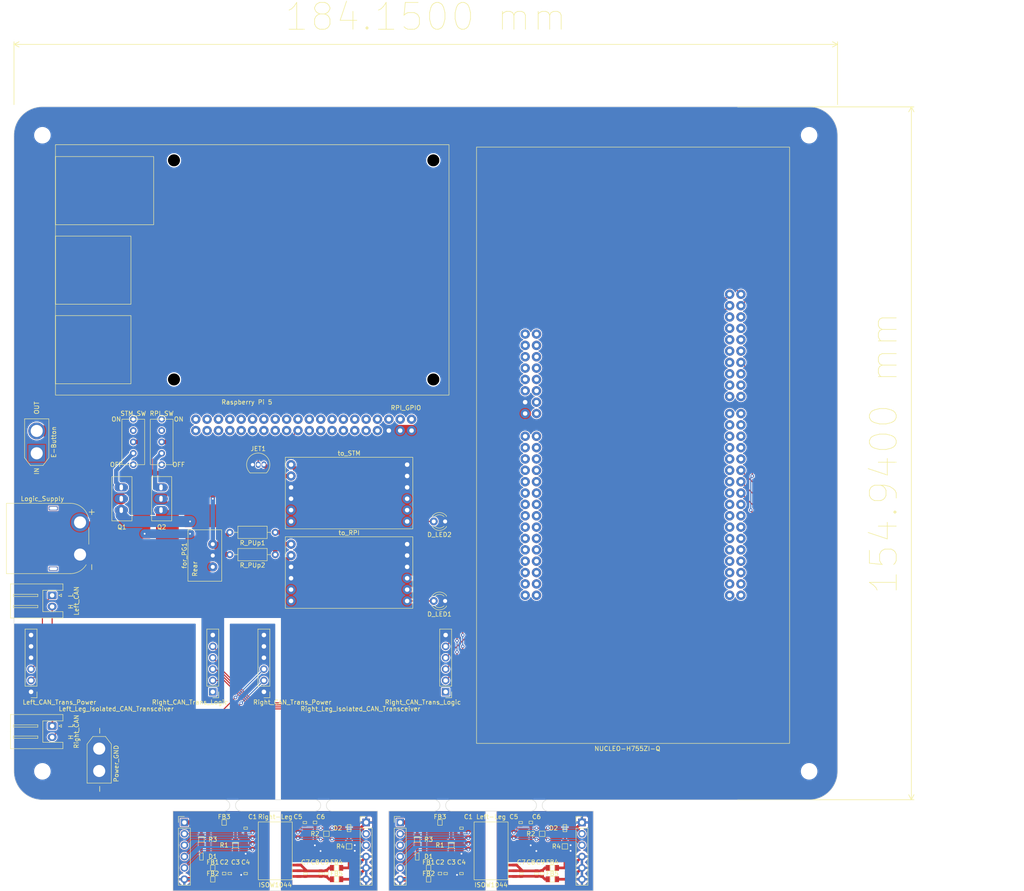
<source format=kicad_pcb>
(kicad_pcb (version 20211014) (generator pcbnew)
  (layers (0 "F.Cu" signal) (31 "B.Cu" signal) (34 "B.Paste" user) (35 "F.Paste" user) (36 "B.SilkS" user "B.Silkscreen") (37 "F.SilkS" user "F.Silkscreen") (38 "B.Mask" user) (39 "F.Mask" user) (44 "Edge.Cuts" user))
  (net 0 "")
  (net 1 "+12V")
  (net 2 "GND")
  (net 3 "+5V")
  (net 4 "Net-(JET1-Pad3)")
  (net 5 "/A")
  (net 6 "/logic_p2/logic_p3/CAN2_TX")
  (net 7 "GND1")
  (net 8 "CAN2_L")
  (net 9 "CAN2_H")
  (net 10 "Net-(R1-Pad1)")
  (net 11 "CAN1_L")
  (net 12 "CAN1_H")
  (net 13 "/logic_p2/B")
  (net 14 "/logic_p2/CAN1_TX")
  (net 15 "/logic_p2/C")
  (net 16 "/logic_p2/CAN1_RX")
  (net 24 "/logic_p2/E")
  (net 25 "/logic_p2/D")
  (net 26 "/logic_p2/CAN2_RX")
  (footprint "DCDC_Converter:EKI04036" (layer "F.Cu") (at 43.18 105.41 -90)
    (fp_text reference "Q1")
    (fp_text value "EKI04036")
  )
  (footprint "Connector_PinHeader_2.54mm:PinHeader_1x06_P2.54mm_Vertical" (layer "F.Cu") (at 105.41 177.8)
    (fp_text reference "REF1-1" hide)
    (fp_text value "PinHeader_1x06_P2.54mm_Vertical" hide)
  )
  (footprint "CAN_Pheripheral:GRM188B31H105KAAL" (layer "F.Cu") (at 115.57 189.23 -90)
    (fp_text reference "C3")
    (fp_text value "C_1uF" hide)
  )
  (footprint "CAN_Pheripheral:BLM21PG331SN" (layer "F.Cu") (at 139.43 187.96)
    (fp_text reference "FB4")
    (fp_text value "FerriteBead" hide)
  )
  (footprint "CAN_Pheripheral:BLM21PG331SN" (layer "F.Cu") (at 91.17 187.96)
    (fp_text reference "FB4")
    (fp_text value "FerriteBead" hide)
  )
  (footprint "CAN_Pheripheral:RK73B2ATTD121J" (layer "F.Cu") (at 60.96 181.61 90)
    (fp_text reference "R3")
    (fp_text value "RK73B2ATTD102J" hide)
  )
  (footprint "CAN_Pheripheral:GRM188F11H104ZA01" (layer "F.Cu") (at 84.09 177.82 -90)
    (fp_text reference "C5")
    (fp_text value "C_0.1uF" hide)
  )
  (footprint "MountingHole:MountingHole_3.2mm_M3" (layer "F.Cu") (at 196.85 24.13)
    (fp_text reference "REF**" hide)
    (fp_text value "MountingHole_3.2mm_M3")
  )
  (footprint "CAN_Pheripheral:RK73B2ATTD121J" (layer "F.Cu") (at 88.9 180.34 -90)
    (fp_text reference "R2")
    (fp_text value "R_120" hide)
  )
  (footprint "DCDC_Converter:M78A" (layer "F.Cu") (at 63.5 118.11 90)
    (fp_text reference "for_PG1")
    (fp_text value "M78AR05-0.5")
  )
  (footprint "Connector_AMASS:AMASS_XT30U-M_1x02_P5.0mm_Vertical" (layer "F.Cu") (at 24.13 95.25 90)
    (fp_text reference "E-Button")
    (fp_text value "AMASS_XT30U-M_1x02_P5.0mm_Vertical")
  )
  (footprint "CAN_Pheripheral:RK73B2ATTD121J" (layer "F.Cu") (at 93.98 183.15 90)
    (fp_text reference "R4")
    (fp_text value "RK73B2ATTD102J")
  )
  (footprint "CAN_Pheripheral:GRM188F11H104ZA01" (layer "F.Cu") (at 132.35 177.82 -90)
    (fp_text reference "C5")
    (fp_text value "C_0.1uF" hide)
  )
  (footprint "Connector_AMASS:AMASS_XT60PW-M_1x02_P7.20mm_Horizontal" (layer "F.Cu") (at 33.82 117.9 90)
    (fp_text reference "Logic_Supply")
    (fp_text value "AMASS_XT60PW-M_1x02_P7.20mm_Horizontal")
  )
  (footprint "CAN_Pheripheral:GRM188R6YA106MA73" (layer "F.Cu") (at 114.3 189.23 -90)
    (fp_text reference "C2")
    (fp_text value "C_10uF" hide)
  )
  (footprint "MountingHole:MountingHole_3.2mm_M3" (layer "F.Cu") (at 25.4 24.13)
    (fp_text reference "REF**" hide)
    (fp_text value "MountingHole_3.2mm_M3")
  )
  (footprint "CAN_Pheripheral:RK73B2ATTD121J" (layer "F.Cu") (at 142.24 183.15 90)
    (fp_text reference "R4")
    (fp_text value "RK73B2ATTD102J")
  )
  (footprint "RPI5:RPI5_GIPO" (layer "F.Cu") (at 116.32 82.24 -90)
    (fp_text reference "U2" hide)
    (fp_text value "rpi5_GPIO" hide)
  )
  (footprint "Connector_PinHeader_2.54mm:PinHeader_1x06_P2.54mm_Vertical" (layer "F.Cu") (at 63.5 148.59 180)
    (fp_text reference "Right_CAN_Trans_Logic")
    (fp_text value "PinHeader_1x06_P2.54mm_Vertical" hide)
  )
  (footprint "CAN_Pheripheral:GRM188R6YA106MA73" (layer "F.Cu") (at 88.9 189.23 -90)
    (fp_text reference "C9")
    (fp_text value "C_10uF" hide)
  )
  (footprint "CAN_Pheripheral:GRM188B11H103KA01" (layer "F.Cu") (at 132.49 189.23 -90)
    (fp_text reference "C7")
    (fp_text value "C_10nF" hide)
  )
  (footprint "CAN_Pheripheral:OSHR1608C1A" (layer "F.Cu") (at 60.96 185.42 90)
    (fp_text reference "D1")
    (fp_text value "OSHR1608C1A")
  )
  (footprint "Connector_JST:JST_XH_S2B-XH-A_1x02_P2.50mm_Horizontal" (layer "F.Cu") (at 27.58 156.23 -90)
    (fp_text reference "Right_CAN")
    (fp_text value "JST_XH_S2B-XH-A_1x02_P2.50mm_Horizontal")
  )
  (footprint "CAN_Pheripheral:GRM188B11H103KA01" (layer "F.Cu") (at 70.85 189.23 -90)
    (fp_text reference "C4")
    (fp_text value "C_10nF" hide)
  )
  (footprint "DCDC_Converter:2MS1-T1-B4-VS2-Q-E-S" (layer "F.Cu") (at 45.72 92.71 -90)
    (fp_text reference "STM_SW")
    (fp_text value "2MS1-T1-B4-VS2-Q-E-S")
  )
  (footprint "CAN_Pheripheral:RK73B2ATTD121J" (layer "F.Cu") (at 109.22 181.61 90)
    (fp_text reference "R3")
    (fp_text value "RK73B2ATTD102J" hide)
  )
  (footprint "MountingHole:MountingHole_3.2mm_M3" (layer "F.Cu") (at 25.4 166.37)
    (fp_text reference "REF**" hide)
    (fp_text value "MountingHole_3.2mm_M3")
  )
  (footprint "Connector_PinHeader_2.54mm:PinHeader_1x06_P2.54mm_Vertical" (layer "F.Cu") (at 57.15 177.8)
    (fp_text reference "REF1-1" hide)
    (fp_text value "PinHeader_1x06_P2.54mm_Vertical" hide)
  )
  (footprint "CAN_Pheripheral:GRM188B31H105KAAL" (layer "F.Cu") (at 87.63 189.23 90)
    (fp_text reference "C8")
    (fp_text value "C_1uF" hide)
  )
  (footprint "CAN_Pheripheral:GRM188R6YA106MA73" (layer "F.Cu") (at 66.04 189.23 -90)
    (fp_text reference "C2")
    (fp_text value "C_10uF" hide)
  )
  (footprint "CAN_Pheripheral:BLM21PG331SN" (layer "F.Cu") (at 91.17 190.5)
    (fp_text reference "FB5")
    (fp_text value "FerriteBead" hide)
  )
  (footprint "DCDC_Converter:AE-MYMGK00506ERSR-5V0" (layer "F.Cu") (at 93.98 121.92)
    (fp_text reference "to_RPI")
    (fp_text value "AE-MYMGK00506ERSR-5V0")
  )
  (footprint "MountingHole:MountingHole_3.2mm_M3" (layer "F.Cu") (at 196.85 166.37)
    (fp_text reference "REF**" hide)
    (fp_text value "MountingHole_3.2mm_M3")
  )
  (footprint "DCDC_Converter:2MS1-T1-B4-VS2-Q-E-S" (layer "F.Cu") (at 52.07 92.71 -90)
    (fp_text reference "RPI_SW")
    (fp_text value "2MS1-T1-B4-VS2-Q-E-S")
  )
  (footprint "Connector_AMASS:AMASS_XT30U-M_1x02_P5.0mm_Vertical" (layer "F.Cu") (at 38.1 161.29 -90)
    (fp_text reference "Power_GND")
    (fp_text value "AMASS_XT30U-M_1x02_P5.0mm_Vertical")
  )
  (footprint "CAN_Pheripheral:GRM188F11H104ZA01" (layer "F.Cu") (at 119.11 179.07 -90)
    (fp_text reference "C1")
    (fp_text value "C_0.1uF" hide)
  )
  (footprint "CAN_Pheripheral:BLM21PG331SN" (layer "F.Cu") (at 114.3 177.8)
    (fp_text reference "FB3")
    (fp_text value "FerriteBead" hide)
  )
  (footprint "DCDC_Converter:AE-MYMGK00506ERSR-5V0" (layer "F.Cu") (at 93.98 104.14)
    (fp_text reference "to_STM")
    (fp_text value "AE-MYMGK00506ERSR-5V0")
  )
  (footprint "CAN_Pheripheral:GRM188B11H103KA01" (layer "F.Cu") (at 84.23 189.23 -90)
    (fp_text reference "C7")
    (fp_text value "C_10nF" hide)
  )
  (footprint "Connector_PinHeader_2.54mm:PinHeader_1x06_P2.54mm_Vertical" (layer "F.Cu") (at 97.79 177.8)
    (fp_text reference "REF1-2" hide)
    (fp_text value "PinHeader_1x06_P2.54mm_Vertical" hide)
  )
  (footprint "Resistor_THT:R_Axial_DIN0207_L6.3mm_D2.5mm_P10.16mm_Horizontal" (layer "F.Cu") (at 77.47 112.93 180)
    (fp_text reference "R_PUp1")
    (fp_text value "R10k")
  )
  (footprint "LED_THT:LED_D3.0mm" (layer "F.Cu") (at 115.45 128.27 180)
    (fp_text reference "D_LED1")
    (fp_text value "LED_D3.0mm")
  )
  (footprint "CAN_Pheripheral:RK73B2ATTD121J" (layer "F.Cu") (at 137.16 180.34 -90)
    (fp_text reference "R2")
    (fp_text value "R_120" hide)
  )
  (footprint "CAN_Transceiver:ISOW1044BDFMR" (layer "F.Cu") (at 125.73 184.15)
    (fp_text reference "Left-Leg")
    (fp_text value "ISOW1044")
  )
  (footprint "CAN_Pheripheral:GRM188B31H105KAAL" (layer "F.Cu") (at 135.89 189.23 90)
    (fp_text reference "C8")
    (fp_text value "C_1uF" hide)
  )
  (footprint "CAN_Pheripheral:GRM188R6YA106MA73" (layer "F.Cu") (at 137.16 189.23 -90)
    (fp_text reference "C9")
    (fp_text value "C_10uF" hide)
  )
  (footprint "CAN_Pheripheral:OSHR1608C1A" (layer "F.Cu") (at 109.22 185.42 90)
    (fp_text reference "D1")
    (fp_text value "OSHR1608C1A")
  )
  (footprint "CAN_Pheripheral:GRM188B11H103KA01" (layer "F.Cu") (at 119.11 189.23 -90)
    (fp_text reference "C4")
    (fp_text value "C_10nF" hide)
  )
  (footprint "LED_THT:LED_D3.0mm" (layer "F.Cu") (at 115.45 110.49 180)
    (fp_text reference "D_LED2")
    (fp_text value "LED_D3.0mm")
  )
  (footprint "DCDC_Converter:EKI04036" (layer "F.Cu") (at 52.07 105.41 -90)
    (fp_text reference "Q2")
    (fp_text value "EKI04036")
  )
  (footprint "Package_TO_SOT_THT:TO-92_Inline" (layer "F.Cu") (at 72.39 97.79)
    (fp_text reference "JET1")
    (fp_text value "2N3904")
  )
  (footprint "CAN_Pheripheral:RK73B2ATTD472J" (layer "F.Cu") (at 116.84 182.88 90)
    (fp_text reference "R1")
    (fp_text value "R_4.7k" hide)
  )
  (footprint "Connector_PinHeader_2.54mm:PinHeader_1x06_P2.54mm_Vertical" (layer "F.Cu") (at 146.05 177.8)
    (fp_text reference "REF1-2" hide)
    (fp_text value "PinHeader_1x06_P2.54mm_Vertical" hide)
  )
  (footprint "Connector_PinHeader_2.54mm:PinHeader_1x06_P2.54mm_Vertical" (layer "F.Cu") (at 115.57 148.59 180)
    (fp_text reference "Right_CAN_Trans_Logic")
    (fp_text value "PinHeader_1x06_P2.54mm_Vertical" hide)
  )
  (footprint "CAN_Pheripheral:BLM21PG331SN" (layer "F.Cu") (at 66.04 177.8)
    (fp_text reference "FB3")
    (fp_text value "FerriteBead" hide)
  )
  (footprint "CAN_Pheripheral:GRM188R6YA106MA73" (layer "F.Cu") (at 134.62 177.8 -90)
    (fp_text reference "C6")
    (fp_text value "C_10uF" hide)
  )
  (footprint "CAN_Pheripheral:BLM21PG331SN" (layer "F.Cu") (at 111.76 190.5)
    (fp_text reference "FB2")
    (fp_text value "FerriteBead" hide)
  )
  (footprint "Connector_JST:JST_XH_S2B-XH-A_1x02_P2.50mm_Horizontal" (layer "F.Cu") (at 27.58 127.02 -90)
    (fp_text reference "Left_CAN")
    (fp_text value "JST_XH_S2B-XH-A_1x02_P2.50mm_Horizontal")
  )
  (footprint "CAN_Pheripheral:GRM188R6YA106MA73" (layer "F.Cu") (at 86.36 177.8 -90)
    (fp_text reference "C6")
    (fp_text value "C_10uF" hide)
  )
  (footprint "CAN_Pheripheral:OSHR1608C1A" (layer "F.Cu") (at 142.24 179.07 90)
    (fp_text reference "D2")
    (fp_text value "OSHR1608C1A")
  )
  (footprint "RPI5:RPI5_GIPO" (layer "F.Cu") (at 85.09 90.17 -90)
    (fp_text reference "RPI_GPIO")
    (fp_text value "RPI5_GIPO")
  )
  (footprint "NUCLEO-STM32H7:NUCLEO-STM32H755ZI-Q" (layer "F.Cu") (at 157.48 93.98)
    (fp_text reference "U1" hide)
    (fp_text value "NUCLEO-H755ZI-Q_Zio")
  )
  (footprint "CAN_Pheripheral:BLM21PG331SN" (layer "F.Cu") (at 63.5 190.5)
    (fp_text reference "FB2")
    (fp_text value "FerriteBead" hide)
  )
  (footprint "CAN_Pheripheral:BLM21PG331SN" (layer "F.Cu") (at 63.5 187.96)
    (fp_text reference "FB1")
    (fp_text value "FerriteBead" hide)
  )
  (footprint "CAN_Transceiver:ISOW1044BDFMR" (layer "F.Cu") (at 77.47 184.15)
    (fp_text reference "Right-Leg")
    (fp_text value "ISOW1044")
  )
  (footprint "Connector_PinHeader_2.54mm:PinHeader_1x06_P2.54mm_Vertical" (layer "F.Cu") (at 22.86 148.59 180)
    (fp_text reference "Left_CAN_Trans_Power")
    (fp_text value "PinHeader_1x06_P2.54mm_Vertical" hide)
  )
  (footprint "CAN_Pheripheral:BLM21PG331SN" (layer "F.Cu") (at 139.43 190.5)
    (fp_text reference "FB5")
    (fp_text value "FerriteBead" hide)
  )
  (footprint "CAN_Pheripheral:RK73B2ATTD472J" (layer "F.Cu") (at 68.58 182.88 90)
    (fp_text reference "R1")
    (fp_text value "R_4.7k" hide)
  )
  (footprint "CAN_Pheripheral:GRM188B31H105KAAL" (layer "F.Cu") (at 67.31 189.23 -90)
    (fp_text reference "C3")
    (fp_text value "C_1uF" hide)
  )
  (footprint "Resistor_THT:R_Axial_DIN0207_L6.3mm_D2.5mm_P10.16mm_Horizontal" (layer "F.Cu") (at 77.47 117.91 180)
    (fp_text reference "R_PUp2")
    (fp_text value "R10k")
  )
  (footprint "Connector_PinHeader_2.54mm:PinHeader_1x06_P2.54mm_Vertical" (layer "F.Cu") (at 74.93 148.59 180)
    (fp_text reference "Right_CAN_Trans_Power")
    (fp_text value "PinHeader_1x06_P2.54mm_Vertical" hide)
  )
  (footprint "CAN_Pheripheral:OSHR1608C1A" (layer "F.Cu") (at 93.98 179.07 90)
    (fp_text reference "D2")
    (fp_text value "OSHR1608C1A")
  )
  (footprint "CAN_Pheripheral:BLM21PG331SN" (layer "F.Cu") (at 111.76 187.96)
    (fp_text reference "FB1")
    (fp_text value "FerriteBead" hide)
  )
  (footprint "CAN_Pheripheral:GRM188F11H104ZA01" (layer "F.Cu") (at 70.85 179.07 -90)
    (fp_text reference "C1")
    (fp_text value "C_0.1uF" hide)
  )
  (gr_arc (start 86.36 172.72) (mid 87.63 173.99) (end 86.36 175.26) (layer "Edge.Cuts") (width 0.1))
  (gr_arc (start 134.62 172.72) (mid 135.89 173.99) (end 134.62 175.26) (layer "Edge.Cuts") (width 0.1))
  (gr_line (start 25.4 17.78) (end 196.85 17.78) (layer "Edge.Cuts") (width 0.1))
  (gr_line (start 134.62 175.26) (end 116.84 175.26) (layer "Edge.Cuts") (width 0.1))
  (gr_arc (start 19.05 24.13) (mid 20.909872 19.639872) (end 25.4 17.78) (layer "Edge.Cuts") (width 0.1))
  (gr_arc (start 113.03 172.72) (mid 114.3 173.99) (end 113.03 175.26) (layer "Edge.Cuts") (width 0.1))
  (gr_arc (start 69.85 175.26) (mid 68.58 173.99) (end 69.85 172.72) (layer "Edge.Cuts") (width 0.1))
  (gr_arc (start 203.2 166.37) (mid 201.340128 170.860128) (end 196.85 172.72) (layer "Edge.Cuts") (width 0.1))
  (gr_line (start 116.84 172.72) (end 134.62 172.72) (layer "Edge.Cuts") (width 0.1))
  (gr_line (start 69.85 172.72) (end 86.36 172.72) (layer "Edge.Cuts") (width 0.1))
  (gr_line (start 100.33 175.26) (end 90.17 175.26) (layer "Edge.Cuts") (width 0.1))
  (gr_arc (start 90.17 175.26) (mid 88.9 173.99) (end 90.17 172.72) (layer "Edge.Cuts") (width 0.1))
  (gr_arc (start 116.84 175.26) (mid 115.57 173.99) (end 116.84 172.72) (layer "Edge.Cuts") (width 0.1))
  (gr_arc (start 196.85 17.78) (mid 201.340128 19.639872) (end 203.2 24.13) (layer "Edge.Cuts") (width 0.1))
  (gr_line (start 100.33 175.26) (end 100.33 193.04) (layer "Edge.Cuts") (width 0.1))
  (gr_arc (start 25.4 172.72) (mid 20.909872 170.860128) (end 19.05 166.37) (layer "Edge.Cuts") (width 0.1))
  (gr_line (start 90.17 172.72) (end 113.03 172.72) (layer "Edge.Cuts") (width 0.1))
  (gr_arc (start 66.04 172.72) (mid 67.31 173.99) (end 66.04 175.26) (layer "Edge.Cuts") (width 0.1))
  (gr_line (start 148.59 175.26) (end 148.59 193.04) (layer "Edge.Cuts") (width 0.1))
  (gr_line (start 66.04 175.26) (end 54.61 175.26) (layer "Edge.Cuts") (width 0.1))
  (gr_line (start 100.33 193.04) (end 54.61 193.04) (layer "Edge.Cuts") (width 0.1))
  (gr_arc (start 138.43 175.26) (mid 137.16 173.99) (end 138.43 172.72) (layer "Edge.Cuts") (width 0.1))
  (gr_line (start 19.05 166.37) (end 19.05 24.13) (layer "Edge.Cuts") (width 0.1))
  (gr_line (start 148.59 175.26) (end 138.43 175.26) (layer "Edge.Cuts") (width 0.1))
  (gr_line (start 138.43 172.72) (end 196.85 172.72) (layer "Edge.Cuts") (width 0.1))
  (gr_line (start 86.36 175.26) (end 69.85 175.26) (layer "Edge.Cuts") (width 0.1))
  (gr_line (start 148.59 193.04) (end 102.87 193.04) (layer "Edge.Cuts") (width 0.1))
  (gr_line (start 113.03 175.26) (end 102.87 175.26) (layer "Edge.Cuts") (width 0.1))
  (gr_line (start 203.2 24.13) (end 203.2 166.37) (layer "Edge.Cuts") (width 0.1))
  (gr_line (start 66.04 172.72) (end 25.4 172.72) (layer "Edge.Cuts") (width 0.1))
  (gr_line (start 54.61 193.04) (end 54.61 175.26) (layer "Edge.Cuts") (width 0.1))
  (gr_line (start 102.87 193.04) (end 102.87 175.26) (layer "Edge.Cuts") (width 0.1))
  (gr_text "NUCLEO-H755ZI-Q" (at 156.21 161.29) (layer "F.SilkS") (effects (font (size 1 1))))
  (gr_text "OFF" (at 55.88 97.79) (layer "F.SilkS") (effects (font (size 1 1))))
  (gr_text "Right_Leg_Isolated_CAN_Transceiver" (at 96.52 152.4) (layer "F.SilkS") (effects (font (size 1 1))))
  (gr_text "ON" (at 55.88 87.63) (layer "F.SilkS") (effects (font (size 1 1))))
  (gr_text "OFF" (at 41.91 97.79) (layer "F.SilkS") (effects (font (size 1 1))))
  (gr_text "Left_Leg_Isolated_CAN_Transceiver" (at 41.91 152.4) (layer "F.SilkS") (effects (font (size 1 1))))
  (gr_text "ON" (at 41.91 87.63) (layer "F.SilkS") (effects (font (size 1 1))))
  (gr_text "Raspberry Pi 5" (at 71.12 83.82) (layer "F.SilkS") (effects (font (size 1 1))))
  (dimension (type aligned) (layer "F.SilkS") (pts (xy 203.2 17.78) (xy 19.05 17.78)) (height 13.969999) (gr_text "184.1500 mm" (at 111.125 -2.339999) (layer "F.SilkS") (effects (font (size 6 6) (thickness 0.15)))) (format (units 3) (units_format 1) (precision 4)) (style (thickness 0.15) (arrow_length 1.27) (text_position_mode 0) (extension_height 0.58642) (extension_offset 0.5) keep_text_aligned))
  (dimension (type aligned) (layer "F.SilkS") (pts (xy 180.34 17.78) (xy 180.34 172.72)) (height -39.37) (gr_text "154.9400 mm" (at 213.56 95.25 90) (layer "F.SilkS") (effects (font (size 6 6) (thickness 0.15)))) (format (units 3) (units_format 1) (precision 4)) (style (thickness 0.15) (arrow_length 1.27) (text_position_mode 0) (extension_height 0.58642) (extension_offset 0.5) keep_text_aligned))
  (segment (start 60.96 182.61) (end 60.96 184.67) (width 0.6) (layer "F.Cu") (net 0))
  (segment (start 109.22 182.61) (end 109.22 184.67) (width 0.6) (layer "F.Cu") (net 0))
  (segment (start 142.24 182.15) (end 142.24 179.82) (width 0.6) (layer "F.Cu") (net 0))
  (segment (start 93.98 182.15) (end 93.98 179.82) (width 0.6) (layer "F.Cu") (net 0))
  (segment (start 58.42 113.24) (end 58.42 119.38) (width 2) (layer "F.Cu") (net 1))
  (segment (start 39.37 95.25) (end 39.37 105.41) (width 2.5) (layer "F.Cu") (net 1))
  (segment (start 34.29 90.17) (end 39.37 95.25) (width 2.5) (layer "F.Cu") (net 1))
  (segment (start 59.69 120.65) (end 63.5 120.65) (width 2) (layer "F.Cu") (net 1))
  (segment (start 33.82 111.29) (end 33.82 110.7) (width 2.5) (layer "F.Cu") (net 1))
  (segment (start 39.37 105.41) (end 43.03 105.41) (width 2.5) (layer "F.Cu") (net 1))
  (segment (start 58.42 119.38) (end 59.69 120.65) (width 2) (layer "F.Cu") (net 1))
  (segment (start 24.13 90.25) (end 34.37 90.25) (width 2.5) (layer "F.Cu") (net 1))
  (via (at 48.26 113.24) (size 0.8) (drill 0.4) (layers "F.Cu" "B.Cu") (net 1))
  (via (at 58.42 113.24) (size 0.8) (drill 0.4) (layers "F.Cu" "B.Cu") (net 1))
  (via (at 58.42 110.49) (size 0.8) (drill 0.4) (layers "F.Cu" "B.Cu") (net 1))
  (segment (start 44.45 110.49) (end 43.03 109.07) (width 2.5) (layer "B.Cu") (net 1))
  (segment (start 58.42 110.49) (end 44.45 110.49) (width 2.5) (layer "B.Cu") (net 1))
  (segment (start 43.03 109.07) (end 43.03 107.95) (width 2.5) (layer "B.Cu") (net 1))
  (segment (start 58.42 113.24) (end 48.26 113.24) (width 2) (layer "B.Cu") (net 1))
  (segment (start 114.3 189.88) (end 113.38 189.88) (width 0.6) (layer "F.Cu") (net 2))
  (segment (start 72.168249 184.785) (end 72.62 184.785) (width 0.25) (layer "F.Cu") (net 2))
  (segment (start 119.145 189.865) (end 119.11 189.83) (width 0.25) (layer "F.Cu") (net 2))
  (segment (start 69.85 189.5295) (end 69.5495 189.83) (width 0.6) (layer "F.Cu") (net 2))
  (segment (start 115.57 189.83) (end 114.35 189.83) (width 0.6) (layer "F.Cu") (net 2))
  (segment (start 66.04 189.88) (end 65.12 189.88) (width 0.6) (layer "F.Cu") (net 2))
  (segment (start 70.85 185.15) (end 70.85 184.785) (width 0.6) (layer "F.Cu") (net 2))
  (segment (start 71.755 186.055) (end 70.85 185.15) (width 0.6) (layer "F.Cu") (net 2))
  (segment (start 109.22 186.17) (end 109.22 190.5) (width 0.6) (layer "F.Cu") (net 2))
  (segment (start 117.44 189.83) (end 115.57 189.83) (width 0.6) (layer "F.Cu") (net 2))
  (segment (start 72.62 189.865) (end 70.885 189.865) (width 0.6) (layer "F.Cu") (net 2))
  (segment (start 110.76 190.5) (end 109.22 190.5) (width 1) (layer "F.Cu") (net 2))
  (segment (start 118.11 189.5295) (end 117.8095 189.83) (width 0.6) (layer "F.Cu") (net 2))
  (segment (start 70.85 184.785) (end 72.168249 184.785) (width 0.6) (layer "F.Cu") (net 2))
  (segment (start 60.96 186.17) (end 60.96 190.5) (width 0.6) (layer "F.Cu") (net 2))
  (segment (start 119.11 189.83) (end 117.44 189.83) (width 0.6) (layer "F.Cu") (net 2))
  (segment (start 120.88 189.865) (end 119.145 189.865) (width 0.6) (layer "F.Cu") (net 2))
  (segment (start 70.85 184.785) (end 70.85 179.67) (width 0.6) (layer "F.Cu") (net 2))
  (segment (start 66.09 189.83) (end 66.04 189.88) (width 0.25) (layer "F.Cu") (net 2))
  (segment (start 69.5495 189.83) (end 69.18 189.83) (width 0.6) (layer "F.Cu") (net 2))
  (segment (start 113.38 189.88) (end 112.76 190.5) (width 0.6) (layer "F.Cu") (net 2))
  (segment (start 109.22 190.5) (end 105.41 190.5) (width 1) (layer "F.Cu") (net 2))
  (segment (start 117.8095 189.83) (end 117.44 189.83) (width 0.6) (layer "F.Cu") (net 2))
  (segment (start 80.9 120.55) (end 81 120.65) (width 0.25) (layer "F.Cu") (net 2))
  (segment (start 67.31 189.83) (end 66.09 189.83) (width 0.6) (layer "F.Cu") (net 2))
  (segment (start 119.11 184.785) (end 119.11 179.67) (width 0.6) (layer "F.Cu") (net 2))
  (segment (start 120.428249 184.785) (end 120.88 184.785) (width 0.25) (layer "F.Cu") (net 2))
  (segment (start 120.015 186.055) (end 119.11 185.15) (width 0.6) (layer "F.Cu") (net 2))
  (segment (start 72.62 186.055) (end 71.755 186.055) (width 0.6) (layer "F.Cu") (net 2))
  (segment (start 60.96 190.5) (end 57.15 190.5) (width 1) (layer "F.Cu") (net 2))
  (segment (start 114.35 189.83) (end 114.3 189.88) (width 0.25) (layer "F.Cu") (net 2))
  (segment (start 70.85 189.83) (end 69.18 189.83) (width 0.6) (layer "F.Cu") (net 2))
  (segment (start 70.885 189.865) (end 70.85 189.83) (width 0.25) (layer "F.Cu") (net 2))
  (segment (start 69.18 189.83) (end 67.31 189.83) (width 0.6) (layer "F.Cu") (net 2))
  (segment (start 120.88 186.055) (end 120.015 186.055) (width 0.6) (layer "F.Cu") (net 2))
  (segment (start 65.12 189.88) (end 64.5 190.5) (width 0.6) (layer "F.Cu") (net 2))
  (segment (start 119.11 184.785) (end 120.428249 184.785) (width 0.6) (layer "F.Cu") (net 2))
  (segment (start 119.11 185.15) (end 119.11 184.785) (width 0.6) (layer "F.Cu") (net 2))
  (segment (start 62.5 190.5) (end 60.96 190.5) (width 1) (layer "F.Cu") (net 2))
  (via (at 118.11 189.5295) (size 0.8) (drill 0.4) (layers "F.Cu" "B.Cu") (net 2))
  (via (at 70.85 184.785) (size 0.8) (drill 0.4) (layers "F.Cu" "B.Cu") (net 2))
  (via (at 69.85 189.5295) (size 0.8) (drill 0.4) (layers "F.Cu" "B.Cu") (net 2))
  (via (at 119.11 184.785) (size 0.8) (drill 0.4) (layers "F.Cu" "B.Cu") (net 2))
  (segment (start 81 105.41) (end 74.93 105.41) (width 2) (layer "B.Cu") (net 2))
  (segment (start 81 102.87) (end 65.62 102.87) (width 2) (layer "B.Cu") (net 2))
  (segment (start 60.96 118.11) (end 59.69 119.38) (width 2) (layer "B.Cu") (net 2))
  (segment (start 87.63 93.98) (end 101.6 93.98) (width 2) (layer "B.Cu") (net 2))
  (segment (start 114.3 120.65) (end 106.96 120.65) (width 0.25) (layer "B.Cu") (net 2))
  (segment (start 61.8 103.3) (end 61.8 110.92) (width 2) (layer "B.Cu") (net 2))
  (segment (start 81 123.19) (end 81 121.29198) (width 2) (layer "B.Cu") (net 2))
  (segment (start 86.721981 115.57) (end 83.36599 118.92599) (width 2) (layer "B.Cu") (net 2))
  (segment (start 81 121.29198) (end 83.36599 118.92599) (width 2) (layer "B.Cu") (net 2))
  (segment (start 68.58 93.98) (end 65.83 96.73) (width 2) (layer "B.Cu") (net 2))
  (segment (start 74.93 118.198428) (end 74.93 118.11) (width 2) (layer "B.Cu") (net 2))
  (segment (start 81.641981 120.65) (end 77.381572 120.65) (width 2) (layer "B.Cu") (net 2))
  (segment (start 106.96 97.79) (end 120.93 83.82) (width 2) (layer "B.Cu") (net 2))
  (segment (start 119.11 184.785) (end 118.11 185.785) (width 0.6) (layer "B.Cu") (net 2))
  (segment (start 69.85 185.785) (end 69.85 189.5295) (width 0.6) (layer "B.Cu") (net 2))
  (segment (start 78.46 120.65) (end 81 123.19) (width 2) (layer "B.Cu") (net 2))
  (segment (start 74.93 105.41) (end 74.93 118.11) (width 2) (layer "B.Cu") (net 2))
  (segment (start 76.2 93.98) (end 68.58 93.98) (width 2) (layer "B.Cu") (net 2))
  (segment (start 69.85 123.19) (end 63.5 123.19) (width 2) (layer "B.Cu") (net 2))
  (segment (start 104.14 115.57) (end 104.42 115.57) (width 2) (layer "B.Cu") (net 2))
  (segment (start 102.87 115.57) (end 86.721981 115.57) (width 2) (layer "B.Cu") (net 2))
  (segment (start 36.57 120.65) (end 33.82 117.9) (width 2) (layer "B.Cu") (net 2))
  (segment (start 60.96 111.76) (end 60.96 118.11) (width 2) (layer "B.Cu") (net 2))
  (segment (start 87.63 93.98) (end 80.01 93.98) (width 2) (layer "B.Cu") (net 2))
  (segment (start 83.36599 118.92599) (end 81.641981 120.65) (width 2) (layer "B.Cu") (net 2))
  (segment (start 102.87 92.71) (end 102.87 90.17) (width 2) (layer "B.Cu") (net 2))
  (segment (start 106.96 115.57) (end 104.14 115.57) (width 2) (layer "B.Cu") (net 2))
  (segment (start 101.6 93.98) (end 102.87 92.71) (width 2) (layer "B.Cu") (net 2))
  (segment (start 115.57 135.89) (end 115.57 121.92) (width 0.25) (layer "B.Cu") (net 2))
  (segment (start 61.8 110.92) (end 60.96 111.76) (width 2) (layer "B.Cu") (net 2))
  (segment (start 118.11 185.785) (end 118.11 189.5295) (width 0.6) (layer "B.Cu") (net 2))
  (segment (start 120.93 83.82) (end 133.35 83.82) (width 2) (layer "B.Cu") (net 2))
  (segment (start 106.96 102.87) (end 106.96 97.79) (width 2) (layer "B.Cu") (net 2))
  (segment (start 68.138428 115.91) (end 66.481572 115.91) (width 2) (layer "B.Cu") (net 2))
  (segment (start 115.57 121.92) (end 114.3 120.65) (width 0.25) (layer "B.Cu") (net 2))
  (segment (start 104.42 115.57) (end 106.96 118.11) (width 2) (layer "B.Cu") (net 2))
  (segment (start 59.69 123.19) (end 57.15 120.65) (width 2) (layer "B.Cu") (net 2))
  (segment (start 61.25 117.82) (end 58.42 120.65) (width 2) (layer "B.Cu") (net 2))
  (segment (start 63.5 118.11) (end 60.96 118.11) (width 2) (layer "B.Cu") (net 2))
  (segment (start 77.381572 120.65) (end 74.93 118.198428) (width 2) (layer "B.Cu") (net 2))
  (segment (start 72.39 97.79) (end 67.31 102.87) (width 1) (layer "B.Cu") (net 2))
  (segment (start 70.85 184.785) (end 69.85 185.785) (width 0.6) (layer "B.Cu") (net 2))
  (segment (start 63.5 123.19) (end 59.69 123.19) (width 2) (layer "B.Cu") (net 2))
  (segment (start 102.87 92.71) (end 102.87 93.7) (width 2) (layer "B.Cu") (net 2))
  (segment (start 65.83 96.73) (end 65.83 102.66) (width 2) (layer "B.Cu") (net 2))
  (segment (start 74.93 118.11) (end 69.85 123.19) (width 2) (layer "B.Cu") (net 2))
  (segment (start 65.83 102.66) (end 62.44 102.66) (width 2) (layer "B.Cu") (net 2))
  (segment (start 65.83 102.66) (end 65.62 102.87) (width 0.25) (layer "B.Cu") (net 2))
  (segment (start 68.968428 116.74) (end 68.138428 115.91) (width 2) (layer "B.Cu") (net 2))
  (segment (start 64.571572 117.82) (end 61.25 117.82) (width 2) (layer "B.Cu") (net 2))
  (segment (start 102.87 93.7) (end 106.96 97.79) (width 2) (layer "B.Cu") (net 2))
  (segment (start 74.93 110.778428) (end 68.968428 116.74) (width 2) (layer "B.Cu") (net 2))
  (segment (start 102.87 115.57) (end 102.87 116.56) (width 2) (layer "B.Cu") (net 2))
  (segment (start 58.42 120.65) (end 36.57 120.65) (width 2) (layer "B.Cu") (net 2))
  (segment (start 62.44 102.66) (end 61.8 103.3) (width 2) (layer "B.Cu") (net 2))
  (segment (start 98.07 93.98) (end 97.79 93.98) (width 0.25) (layer "B.Cu") (net 2))
  (segment (start 63.5 135.89) (end 63.5 123.19) (width 0.25) (layer "B.Cu") (net 2))
  (segment (start 102.87 116.56) (end 106.96 120.65) (width 2) (layer "B.Cu") (net 2))
  (segment (start 74.93 105.41) (end 74.93 110.778428) (width 2) (layer "B.Cu") (net 2))
  (segment (start 80.01 93.98) (end 76.2 93.98) (width 2) (layer "B.Cu") (net 2))
  (segment (start 106.96 102.87) (end 98.07 93.98) (width 2) (layer "B.Cu") (net 2))
  (segment (start 66.481572 115.91) (end 64.571572 117.82) (width 2) (layer "B.Cu") (net 2))
  (segment (start 77.381572 120.65) (end 78.46 120.65) (width 2) (layer "B.Cu") (net 2))
  (segment (start 106.96 100.33) (end 100.61 93.98) (width 2) (layer "B.Cu") (net 2))
  (segment (start 88.9 93.98) (end 87.63 93.98) (width 0.25) (layer "B.Cu") (net 2))
  (segment (start 104.14 115.57) (end 102.87 115.57) (width 2) (layer "B.Cu") (net 2))
  (segment (start 142.24 185.645) (end 142.24 184.15) (width 0.6) (layer "F.Cu") (net 3))
  (segment (start 142.24 185.645) (end 138.5875 185.645) (width 0.6) (layer "F.Cu") (net 3))
  (segment (start 62.5 178.07) (end 62.23 177.8) (width 0.25) (layer "F.Cu") (net 3))
  (segment (start 113.3 177.8) (end 110.49 177.8) (width 1) (layer "F.Cu") (net 3))
  (segment (start 116.84 181.88) (end 116.84 177.8) (width 0.6) (layer "F.Cu") (net 3))
  (segment (start 138.5875 185.645) (end 134.62 181.6775) (width 0.6) (layer "F.Cu") (net 3))
  (segment (start 115.52 188.58) (end 115.57 188.63) (width 0.25) (layer "F.Cu") (net 3))
  (segment (start 50.165 99.695) (end 59.055 99.695) (width 1) (layer "F.Cu") (net 3))
  (segment (start 63.5 105.41) (end 63.5 104.14) (width 1) (layer "F.Cu") (net 3))
  (segment (start 82.32 188.595) (end 84.195 188.595) (width 0.6) (layer "F.Cu") (net 3))
  (segment (start 84.23 188.63) (end 87.63 188.63) (width 0.6) (layer "F.Cu") (net 3))
  (segment (start 90.3275 185.645) (end 86.36 181.6775) (width 0.6) (layer "F.Cu") (net 3))
  (segment (start 112.76 187.96) (end 113.68 187.96) (width 1) (layer "F.Cu") (net 3))
  (segment (start 70.885 178.435) (end 70.85 178.47) (width 0.25) (layer "F.Cu") (net 3))
  (segment (start 66.04 188.58) (end 67.26 188.58) (width 1) (layer "F.Cu") (net 3))
  (segment (start 142.24 187.96) (end 142.24 185.645) (width 0.6) (layer "F.Cu") (net 3))
  (segment (start 83.185 187.325) (end 84.23 188.37) (width 0.6) (layer "F.Cu") (net 3))
  (segment (start 77.47 116.76) (end 78.66 115.57) (width 1) (layer "F.Cu") (net 3))
  (segment (start 65.25 118.59) (end 65.25 117.32) (width 1) (layer "F.Cu") (net 3))
  (segment (start 132.335 178.435) (end 132.35 178.42) (width 0.25) (layer "F.Cu") (net 3))
  (segment (start 67.31 120.65) (end 65.25 118.59) (width 1) (layer "F.Cu") (net 3))
  (segment (start 65.04 177.8) (end 62.23 177.8) (width 1) (layer "F.Cu") (net 3))
  (segment (start 60.96 177.8) (end 57.15 177.8) (width 1) (layer "F.Cu") (net 3))
  (segment (start 132.49 188.37) (end 132.49 188.63) (width 0.6) (layer "F.Cu") (net 3))
  (segment (start 67.5105 188.4295) (end 67.31 188.63) (width 1) (layer "F.Cu") (net 3))
  (segment (start 120.88 188.595) (end 119.145 188.595) (width 1) (layer "F.Cu") (net 3))
  (segment (start 115.3 177.8) (end 116.84 177.8) (width 1) (layer "F.Cu") (net 3))
  (segment (start 88.9 188.58) (end 89.52 187.96) (width 0.6) (layer "F.Cu") (net 3))
  (segment (start 134.59 178.42) (end 134.62 178.45) (width 0.25) (layer "F.Cu") (net 3))
  (segment (start 84.23 188.37) (end 84.23 188.63) (width 0.6) (layer "F.Cu") (net 3))
  (segment (start 88.85 188.63) (end 88.9 188.58) (width 0.6) (layer "F.Cu") (net 3))
  (segment (start 92.44 187.96) (end 93.98 187.96) (width 0.6) (layer "F.Cu") (net 3))
  (segment (start 93.98 185.645) (end 93.98 184.15) (width 0.6) (layer "F.Cu") (net 3))
  (segment (start 65.25 117.32) (end 63.5 115.57) (width 1) (layer "F.Cu") (net 3))
  (segment (start 59.055 99.695) (end 59.055 98.425) (width 1) (layer "F.Cu") (net 3))
  (segment (start 130.58 178.435) (end 132.335 178.435) (width 0.6) (layer "F.Cu") (net 3))
  (segment (start 84.09 178.42) (end 86.33 178.42) (width 0.6) (layer "F.Cu") (net 3))
  (segment (start 106.96 110.49) (end 112.91 110.49) (width 0.25) (layer "F.Cu") (net 3))
  (segment (start 118.44 177.8) (end 119.11 178.47) (width 1) (layer "F.Cu") (net 3))
  (segment (start 116.84 177.8) (end 118.44 177.8) (width 1) (layer "F.Cu") (net 3))
  (segment (start 132.49 188.63) (end 135.89 188.63) (width 0.6) (layer "F.Cu") (net 3))
  (segment (start 82.32 187.325) (end 83.185 187.325) (width 0.6) (layer "F.Cu") (net 3))
  (segment (start 70.885 188.595) (end 70.7195 188.4295) (width 1) (layer "F.Cu") (net 3))
  (segment (start 110.76 187.96) (end 110.76 178.07) (width 1) (layer "F.Cu") (net 3))
  (segment (start 49.53 99.06) (end 50.165 99.695) (width 1) (layer "F.Cu") (net 3))
  (segment (start 84.195 188.595) (end 84.23 188.63) (width 0.25) (layer "F.Cu") (net 3))
  (segment (start 59.055 98.425) (end 53.34 92.71) (width 1) (layer "F.Cu") (net 3))
  (segment (start 78.66 115.57) (end 81 115.57) (width 1) (layer "F.Cu") (net 3))
  (segment (start 83.82 100.61) (end 81 97.79) (width 1) (layer "F.Cu") (net 3))
  (segment (start 70.7195 188.4295) (end 67.5105 188.4295) (width 1) (layer "F.Cu") (net 3))
  (segment (start 115.7705 188.4295) (end 115.57 188.63) (width 1) (layer "F.Cu") (net 3))
  (segment (start 72.62 178.435) (end 70.885 178.435) (width 1) (layer "F.Cu") (net 3))
  (segment (start 118.9795 188.4295) (end 115.7705 188.4295) (width 1) (layer "F.Cu") (net 3))
  (segment (start 64.67 116.005) (end 66.575 117.91) (width 1) (layer "F.Cu") (net 3))
  (segment (start 62.5 187.96) (end 62.5 178.07) (width 1) (layer "F.Cu") (net 3))
  (segment (start 119.145 188.595) (end 119.11 188.63) (width 0.25) (layer "F.Cu") (net 3))
  (segment (start 120.88 178.435) (end 119.145 178.435) (width 1) (layer "F.Cu") (net 3))
  (segment (start 119.145 188.595) (end 118.9795 188.4295) (width 1) (layer "F.Cu") (net 3))
  (segment (start 137.11 188.63) (end 137.16 188.58) (width 0.6) (layer "F.Cu") (net 3))
  (segment (start 93.98 187.96) (end 93.98 185.645) (width 0.6) (layer "F.Cu") (net 3))
  (segment (start 63.5 115.57) (end 64.67 115.57) (width 1) (layer "F.Cu") (net 3))
  (segment (start 131.445 187.325) (end 132.49 188.37) (width 0.6) (layer "F.Cu") (net 3))
  (segment (start 87.63 188.63) (end 88.85 188.63) (width 0.6) (layer "F.Cu") (net 3))
  (segment (start 64.5 187.96) (end 65.42 187.96) (width 1) (layer "F.Cu") (net 3))
  (segment (start 66.575 117.91) (end 67.31 117.91) (width 1) (layer "F.Cu") (net 3))
  (segment (start 72.62 188.595) (end 70.885 188.595) (width 1) (layer "F.Cu") (net 3))
  (segment (start 77.47 112.93) (end 83.82 112.93) (width 1) (layer "F.Cu") (net 3))
  (segment (start 113.68 187.96) (end 114.3 188.58) (width 1) (layer "F.Cu") (net 3))
  (segment (start 86.33 178.42) (end 86.36 178.45) (width 0.25) (layer "F.Cu") (net 3))
  (segment (start 140.7 187.96) (end 142.24 187.96) (width 0.6) (layer "F.Cu") (net 3))
  (segment (start 84.075 178.435) (end 84.09 178.42) (width 0.25) (layer "F.Cu") (net 3))
  (segment (start 82.32 178.435) (end 84.075 178.435) (width 0.6) (layer "F.Cu") (net 3))
  (segment (start 68.58 177.8) (end 70.18 177.8) (width 1) (layer "F.Cu") (net 3))
  (segment (start 109.22 177.8) (end 105.41 177.8) (width 1) (layer "F.Cu") (net 3))
  (segment (start 48.26 92.71) (end 49.53 93.98) (width 1) (layer "F.Cu") (net 3))
  (segment (start 135.89 188.63) (end 137.11 188.63) (width 0.6) (layer "F.Cu") (net 3))
  (segment (start 83.82 112.93) (end 83.82 100.61) (width 1) (layer "F.Cu") (net 3))
  (segment (start 114.3 188.58) (end 115.52 188.58) (width 1) (layer "F.Cu") (net 3))
  (segment (start 134.62 181.6775) (end 134.62 178.45) (width 0.6) (layer "F.Cu") (net 3))
  (segment (start 81 100.33) (end 77.47 100.33) (width 1) (layer "F.Cu") (net 3))
  (segment (start 67.26 188.58) (end 67.31 188.63) (width 0.25) (layer "F.Cu") (net 3))
  (segment (start 62.23 177.8) (end 60.96 177.8) (width 1) (layer "F.Cu") (net 3))
  (segment (start 119.145 178.435) (end 119.11 178.47) (width 0.25) (layer "F.Cu") (net 3))
  (segment (start 78.46 120.65) (end 67.31 120.65) (width 1) (layer "F.Cu") (net 3))
  (segment (start 65.42 187.96) (end 66.04 188.58) (width 1) (layer "F.Cu") (net 3))
  (segment (start 64.67 115.57) (end 64.67 116.005) (width 1) (layer "F.Cu") (net 3))
  (segment (start 77.47 117.91) (end 77.47 116.76) (width 1) (layer "F.Cu") (net 3))
  (segment (start 63.5 104.14) (end 59.055 99.695) (width 1) (layer "F.Cu") (net 3))
  (segment (start 81 118.11) (end 78.46 120.65) (width 1) (layer "F.Cu") (net 3))
  (segment (start 110.76 178.07) (end 110.49 177.8) (width 0.25) (layer "F.Cu") (net 3))
  (segment (start 70.885 188.595) (end 70.85 188.63) (width 0.25) (layer "F.Cu") (net 3))
  (segment (start 77.47 100.33) (end 74.93 97.79) (width 1) (layer "F.Cu") (net 3))
  (segment (start 86.36 181.6775) (end 86.36 178.45) (width 0.6) (layer "F.Cu") (net 3))
  (segment (start 49.53 93.98) (end 49.53 99.06) (width 1) (layer "F.Cu") (net 3))
  (segment (start 67.04 177.8) (end 68.58 177.8) (width 1) (layer "F.Cu") (net 3))
  (segment (start 132.35 178.42) (end 134.59 178.42) (width 0.6) (layer "F.Cu") (net 3))
  (segment (start 93.98 185.645) (end 90.3275 185.645) (width 0.6) (layer "F.Cu") (net 3))
  (segment (start 68.58 181.88) (end 68.58 177.8) (width 0.6) (layer "F.Cu") (net 3))
  (segment (start 130.58 187.325) (end 131.445 187.325) (width 0.6) (layer "F.Cu") (net 3))
  (segment (start 80.86 97.65) (end 81 97.79) (width 0.25) (layer "F.Cu") (net 3))
  (segment (start 106.96 128.27) (end 112.91 128.27) (width 0.25) (layer "F.Cu") (net 3))
  (segment (start 64.67 115.57) (end 67.31 112.93) (width 1) (layer "F.Cu") (net 3))
  (segment (start 70.18 177.8) (end 70.85 178.47) (width 1) (layer "F.Cu") (net 3))
  (segment (start 110.49 177.8) (end 109.22 177.8) (width 1) (layer "F.Cu") (net 3))
  (segment (start 48.26 92.71) (end 45.72 92.71) (width 1) (layer "F.Cu") (net 3))
  (segment (start 60.96 177.8) (end 60.96 180.61) (width 0.6) (layer "F.Cu") (net 3))
  (segment (start 109.22 177.8) (end 109.22 180.61) (width 0.6) (layer "F.Cu") (net 3))
  (segment (start 137.16 188.58) (end 137.78 187.96) (width 0.6) (layer "F.Cu") (net 3))
  (segment (start 132.455 188.595) (end 132.49 188.63) (width 0.25) (layer "F.Cu") (net 3))
  (segment (start 130.58 188.595) (end 132.455 188.595) (width 0.6) (layer "F.Cu") (net 3))
  (segment (start 89.52 187.96) (end 90.44 187.96) (width 0.6) (layer "F.Cu") (net 3))
  (segment (start 53.34 92.71) (end 52.07 92.71) (width 1) (layer "F.Cu") (net 3))
  (segment (start 137.78 187.96) (end 138.7 187.96) (width 0.6) (layer "F.Cu") (net 3))
  (via (at 63.5 105.41) (size 0.8) (drill 0.4) (layers "F.Cu" "B.Cu") (net 3))
  (via (at 63.5 115.57) (size 0.8) (drill 0.4) (layers "F.Cu" "B.Cu") (net 3))
  (segment (start 52.07 95.25) (end 50.608 96.712) (width 1) (layer "B.Cu") (net 3))
  (segment (start 50.608 96.712) (end 50.608 103.062) (width 1) (layer "B.Cu") (net 3))
  (segment (start 41.91 101.75) (end 43.03 102.87) (width 1) (layer "B.Cu") (net 3))
  (segment (start 41.91 99.06) (end 41.91 101.75) (width 1) (layer "B.Cu") (net 3))
  (segment (start 45.72 95.25) (end 41.91 99.06) (width 1) (layer "B.Cu") (net 3))
  (segment (start 63.5 105.41) (end 63.5 115.57) (width 1) (layer "B.Cu") (net 3))
  (segment (start 73.66 96.52) (end 74.93 95.25) (width 0.25) (layer "F.Cu") (net 5))
  (segment (start 74.93 95.25) (end 77.47 95.25) (width 0.25) (layer "F.Cu") (net 5))
  (segment (start 77.47 95.25) (end 82.55 90.17) (width 0.25) (layer "F.Cu") (net 5))
  (segment (start 73.66 97.79) (end 73.66 96.52) (width 0.25) (layer "F.Cu") (net 5))
  (segment (start 184.97 127.452792) (end 160.472792 151.95) (width 0.25) (layer "F.Cu") (net 6))
  (segment (start 184.97 104.96) (end 184.97 127.452792) (width 0.25) (layer "F.Cu") (net 6))
  (segment (start 72.573604 151.95) (end 64.133604 143.51) (width 0.25) (layer "F.Cu") (net 6))
  (segment (start 160.472792 151.95) (end 72.573604 151.95) (width 0.25) (layer "F.Cu") (net 6))
  (segment (start 64.133604 143.51) (end 63.5 143.51) (width 0.25) (layer "F.Cu") (net 6))
  (segment (start 181.61 101.6) (end 184.97 104.96) (width 0.25) (layer "F.Cu") (net 6))
  (segment (start 146.05 187.96) (end 143.51 190.5) (width 0.6) (layer "F.Cu") (net 7))
  (segment (start 93.98 178.32) (end 94.73 178.32) (width 0.6) (layer "F.Cu") (net 7))
  (segment (start 85.725 183.515) (end 82.32 183.515) (width 0.6) (layer "F.Cu") (net 7))
  (segment (start 142.86 177.15) (end 143.51 177.8) (width 0.6) (layer "F.Cu") (net 7))
  (segment (start 87.63 189.83) (end 88.85 189.83) (width 0.6) (layer "F.Cu") (net 7))
  (segment (start 137.11 189.83) (end 137.16 189.88) (width 0.25) (layer "F.Cu") (net 7))
  (segment (start 82.32 186.055) (end 83.185 186.055) (width 0.6) (layer "F.Cu") (net 7))
  (segment (start 143.51 190.5) (end 146.05 190.5) (width 0.6) (layer "F.Cu") (net 7))
  (segment (start 142.99 178.32) (end 143.51 177.8) (width 0.6) (layer "F.Cu") (net 7))
  (segment (start 85.725 182.245) (end 86.36 182.88) (width 0.6) (layer "F.Cu") (net 7))
  (segment (start 142.24 190.5) (end 143.51 190.5) (width 0.6) (layer "F.Cu") (net 7))
  (segment (start 137.16 189.88) (end 137.78 190.5) (width 0.6) (layer "F.Cu") (net 7))
  (segment (start 89.52 190.5) (end 90.44 190.5) (width 0.6) (layer "F.Cu") (net 7))
  (segment (start 97.79 187.96) (end 95.25 190.5) (width 0.6) (layer "F.Cu") (net 7))
  (segment (start 95.25 184.15) (end 95.25 187.96) (width 0.6) (layer "F.Cu") (net 7))
  (segment (start 95.25 187.96) (end 95.25 190.5) (width 0.6) (layer "F.Cu") (net 7))
  (segment (start 95.25 190.5) (end 97.79 190.5) (width 0.6) (layer "F.Cu") (net 7))
  (segment (start 88.9 189.88) (end 89.52 190.5) (width 0.6) (layer "F.Cu") (net 7))
  (segment (start 132.35 177.22) (end 134.55 177.22) (width 0.6) (layer "F.Cu") (net 7))
  (segment (start 135.185414 183.515) (end 133.985 183.515) (width 0.6) (layer "F.Cu") (net 7))
  (segment (start 146.05 185.42) (end 143.51 187.96) (width 0.6) (layer "F.Cu") (net 7))
  (segment (start 140.7 190.5) (end 142.24 190.5) (width 0.6) (layer "F.Cu") (net 7))
  (segment (start 137.78 190.5) (end 138.7 190.5) (width 0.6) (layer "F.Cu") (net 7))
  (segment (start 134.55 177.22) (end 134.62 177.15) (width 0.25) (layer "F.Cu") (net 7))
  (segment (start 84.09 177.22) (end 86.29 177.22) (width 0.6) (layer "F.Cu") (net 7))
  (segment (start 133.985 182.245) (end 134.62 182.88) (width 0.6) (layer "F.Cu") (net 7))
  (segment (start 130.58 186.055) (end 131.445 186.055) (width 0.6) (layer "F.Cu") (net 7))
  (segment (start 143.51 182.88) (end 143.51 184.15) (width 0.6) (layer "F.Cu") (net 7))
  (segment (start 131.445 186.055) (end 133.985 183.515) (width 0.6) (layer "F.Cu") (net 7))
  (segment (start 86.36 182.88) (end 86.325207 182.914793) (width 0.25) (layer "F.Cu") (net 7))
  (segment (start 135.855207 184.184793) (end 135.185414 183.515) (width 0.6) (layer "F.Cu") (net 7))
  (segment (start 94.6 177.15) (end 95.25 177.8) (width 0.6) (layer "F.Cu") (net 7))
  (segment (start 82.32 189.865) (end 84.195 189.865) (width 0.6) (layer "F.Cu") (net 7))
  (segment (start 130.58 189.865) (end 132.455 189.865) (width 0.6) (layer "F.Cu") (net 7))
  (segment (start 143.51 184.15) (end 143.51 187.96) (width 0.6) (layer "F.Cu") (net 7))
  (segment (start 143.51 187.96) (end 143.51 190.5) (width 0.6) (layer "F.Cu") (net 7))
  (segment (start 84.195 189.865) (end 84.23 189.83) (width 0.25) (layer "F.Cu") (net 7))
  (segment (start 97.79 185.42) (end 95.25 187.96) (width 0.6) (layer "F.Cu") (net 7))
  (segment (start 82.32 184.785) (end 84.455 184.785) (width 0.6) (layer "F.Cu") (net 7))
  (segment (start 133.985 183.515) (end 130.58 183.515) (width 0.6) (layer "F.Cu") (net 7))
  (segment (start 143.51 177.8) (end 143.51 180.34) (width 0.6) (layer "F.Cu") (net 7))
  (segment (start 130.58 184.785) (end 132.715 184.785) (width 0.6) (layer "F.Cu") (net 7))
  (segment (start 86.29 177.22) (end 86.36 177.15) (width 0.25) (layer "F.Cu") (net 7))
  (segment (start 94.73 178.32) (end 95.25 177.8) (width 0.6) (layer "F.Cu") (net 7))
  (segment (start 84.23 189.83) (end 87.63 189.83) (width 0.6) (layer "F.Cu") (net 7))
  (segment (start 95.25 180.34) (end 95.25 182.88) (width 0.6) (layer "F.Cu") (net 7))
  (segment (start 92.44 190.5) (end 93.98 190.5) (width 0.6) (layer "F.Cu") (net 7))
  (segment (start 135.89 189.83) (end 137.11 189.83) (width 0.6) (layer "F.Cu") (net 7))
  (segment (start 143.51 180.34) (end 143.51 182.88) (width 0.6) (layer "F.Cu") (net 7))
  (segment (start 93.98 190.5) (end 95.25 190.5) (width 0.6) (layer "F.Cu") (net 7))
  (segment (start 86.925414 183.515) (end 85.725 183.515) (width 0.6) (layer "F.Cu") (net 7))
  (segment (start 95.25 177.8) (end 95.25 180.34) (width 0.6) (layer "F.Cu") (net 7))
  (segment (start 97.79 177.8) (end 95.25 180.34) (width 0.6) (layer "F.Cu") (net 7))
  (segment (start 83.185 186.055) (end 85.725 183.515) (width 0.6) (layer "F.Cu") (net 7))
  (segment (start 87.595207 184.184793) (end 86.925414 183.515) (width 0.6) (layer "F.Cu") (net 7))
  (segment (start 142.24 178.32) (end 142.99 178.32) (width 0.6) (layer "F.Cu") (net 7))
  (segment (start 95.25 182.88) (end 95.25 184.15) (width 0.6) (layer "F.Cu") (net 7))
  (segment (start 134.62 177.15) (end 142.86 177.15) (width 0.6) (layer "F.Cu") (net 7))
  (segment (start 82.32 182.245) (end 85.725 182.245) (width 0.6) (layer "F.Cu") (net 7))
  (segment (start 146.05 177.8) (end 143.51 180.34) (width 0.6) (layer "F.Cu") (net 7))
  (segment (start 134.62 182.88) (end 134.585207 182.914793) (width 0.25) (layer "F.Cu") (net 7))
  (segment (start 88.85 189.83) (end 88.9 189.88) (width 0.25) (layer "F.Cu") (net 7))
  (segment (start 130.58 182.245) (end 133.985 182.245) (width 0.6) (layer "F.Cu") (net 7))
  (segment (start 132.455 189.865) (end 132.49 189.83) (width 0.25) (layer "F.Cu") (net 7))
  (segment (start 132.49 189.83) (end 135.89 189.83) (width 0.6) (layer "F.Cu") (net 7))
  (segment (start 86.36 177.15) (end 94.6 177.15) (width 0.6) (layer "F.Cu") (net 7))
  (via (at 87.595207 184.184793) (size 0.8) (drill 0.4) (layers "F.Cu" "B.Cu") (net 7))
  (via (at 143.51 184.15) (size 0.8) (drill 0.4) (layers "F.Cu" "B.Cu") (net 7))
  (via (at 134.585207 182.914793) (size 0.8) (drill 0.4) (layers "F.Cu" "B.Cu") (net 7))
  (via (at 95.25 184.15) (size 0.8) (drill 0.4) (layers "F.Cu" "B.Cu") (net 7))
  (via (at 135.855207 184.184793) (size 0.8) (drill 0.4) (layers "F.Cu" "B.Cu") (net 7))
  (via (at 86.325207 182.914793) (size 0.8) (drill 0.4) (layers "F.Cu" "B.Cu") (net 7))
  (via (at 143.51 182.88) (size 0.8) (drill 0.4) (layers "F.Cu" "B.Cu") (net 7))
  (via (at 95.25 182.88) (size 0.8) (drill 0.4) (layers "F.Cu" "B.Cu") (net 7))
  (segment (start 86.36 182.88) (end 95.25 182.88) (width 0.6) (layer "B.Cu") (net 7))
  (segment (start 26.67 142.24) (end 22.86 138.43) (width 0.25) (layer "B.Cu") (net 7))
  (segment (start 33.02 148.59) (end 26.67 142.24) (width 0.25) (layer "B.Cu") (net 7))
  (segment (start 72.39 143.51) (end 72.39 145.024695) (width 0.25) (layer "B.Cu") (net 7))
  (segment (start 74.93 138.43) (end 72.39 140.97) (width 0.25) (layer "B.Cu") (net 7))
  (segment (start 72.39 138.43) (end 72.39 142.24) (width 0.25) (layer "B.Cu") (net 7))
  (segment (start 68.265 155.255) (end 60.645 155.255) (width 0.25) (layer "B.Cu") (net 7))
  (segment (start 60.645 155.255) (end 44.135 155.255) (width 0.25) (layer "B.Cu") (net 7))
  (segment (start 22.86 148.59) (end 33.02 148.59) (width 0.25) (layer "B.Cu") (net 7))
  (segment (start 65.725 155.255) (end 60.645 155.255) (width 0.25) (layer "B.Cu") (net 7))
  (segment (start 87.63 184.15) (end 95.25 184.15) (width 0.6) (layer "B.Cu") (net 7))
  (segment (start 44.135 155.255) (end 38.1 161.29) (width 0.25) (layer "B.Cu") (net 7))
  (segment (start 26.67 142.24) (end 24.13 142.24) (width 0.25) (layer "B.Cu") (net 7))
  (segment (start 74.93 135.89) (end 72.39 138.43) (width 0.25) (layer "B.Cu") (net 7))
  (segment (start 67.855 153.125) (end 65.725 155.255) (width 0.25) (layer "B.Cu") (net 7))
  (segment (start 74.93 140.97) (end 72.39 143.51) (width 0.25) (layer "B.Cu") (net 7))
  (segment (start 135.89 184.15) (end 143.51 184.15) (width 0.6) (layer "B.Cu") (net 7))
  (segment (start 135.855207 184.184793) (end 135.89 184.15) (width 0.25) (layer "B.Cu") (net 7))
  (segment (start 72.39 145.024695) (end 67.855 149.559695) (width 0.25) (layer "B.Cu") (net 7))
  (segment (start 26.67 139.7) (end 22.86 135.89) (width 0.25) (layer "B.Cu") (net 7))
  (segment (start 72.39 142.24) (end 72.39 143.51) (width 0.25) (layer "B.Cu") (net 7))
  (segment (start 24.13 142.24) (end 22.86 140.97) (width 0.25) (layer "B.Cu") (net 7))
  (segment (start 38.1 161.29) (end 38.1 153.67) (width 0.25) (layer "B.Cu") (net 7))
  (segment (start 87.595207 184.184793) (end 87.63 184.15) (width 0.25) (layer "B.Cu") (net 7))
  (segment (start 26.67 142.24) (end 26.67 139.7) (width 0.25) (layer "B.Cu") (net 7))
  (segment (start 86.325207 182.914793) (end 86.36 182.88) (width 0.25) (layer "B.Cu") (net 7))
  (segment (start 134.585207 182.914793) (end 134.62 182.88) (width 0.25) (layer "B.Cu") (net 7))
  (segment (start 72.39 140.97) (end 72.39 142.24) (width 0.25) (layer "B.Cu") (net 7))
  (segment (start 67.855 149.559695) (end 67.855 153.125) (width 0.25) (layer "B.Cu") (net 7))
  (segment (start 38.1 153.67) (end 33.02 148.59) (width 0.25) (layer "B.Cu") (net 7))
  (segment (start 74.93 148.59) (end 68.265 155.255) (width 0.25) (layer "B.Cu") (net 7))
  (segment (start 134.62 182.88) (end 143.51 182.88) (width 0.6) (layer "B.Cu") (net 7))
  (segment (start 25.4 140.97) (end 22.86 143.51) (width 0.25) (layer "F.Cu") (net 8))
  (segment (start 27.58 127.02) (end 25.4 129.2) (width 0.25) (layer "F.Cu") (net 8))
  (segment (start 25.4 129.2) (end 25.4 140.97) (width 0.25) (layer "F.Cu") (net 8))
  (segment (start 27.58 141.33) (end 22.86 146.05) (width 0.25) (layer "F.Cu") (net 9))
  (segment (start 27.58 129.52) (end 27.58 141.33) (width 0.25) (layer "F.Cu") (net 9))
  (segment (start 120.015 187.325) (end 116.84 184.15) (width 0.6) (layer "F.Cu") (net 10))
  (segment (start 120.88 187.325) (end 120.285 187.325) (width 0.25) (layer "F.Cu") (net 10))
  (segment (start 72.025 187.325) (end 71.755 187.325) (width 0.6) (layer "F.Cu") (net 10))
  (segment (start 71.755 187.325) (end 68.58 184.15) (width 0.6) (layer "F.Cu") (net 10))
  (segment (start 120.285 187.325) (end 120.015 187.325) (width 0.6) (layer "F.Cu") (net 10))
  (segment (start 116.84 184.15) (end 116.84 183.88) (width 0.6) (layer "F.Cu") (net 10))
  (segment (start 72.62 187.325) (end 72.025 187.325) (width 0.25) (layer "F.Cu") (net 10))
  (segment (start 68.58 184.15) (end 68.58 183.88) (width 0.6) (layer "F.Cu") (net 10))
  (segment (start 130.81 181.3455) (end 130.81 181.205) (width 0.25) (layer "F.Cu") (net 11))
  (segment (start 82.55 181.3455) (end 82.55 181.205) (width 0.25) (layer "F.Cu") (net 11))
  (segment (start 136.89 181.61) (end 137.16 181.34) (width 0.25) (layer "F.Cu") (net 11))
  (segment (start 135.89 181.61) (end 136.89 181.61) (width 0.25) (layer "F.Cu") (net 11))
  (segment (start 82.55 181.205) (end 82.32 180.975) (width 0.25) (layer "F.Cu") (net 11))
  (segment (start 89.9 181.34) (end 90.17 181.61) (width 0.25) (layer "F.Cu") (net 11))
  (segment (start 29.21 153.67) (end 27.58 155.3) (width 0.25) (layer "F.Cu") (net 11))
  (segment (start 64.77 153.67) (end 29.21 153.67) (width 0.25) (layer "F.Cu") (net 11))
  (segment (start 138.16 181.34) (end 138.43 181.61) (width 0.25) (layer "F.Cu") (net 11))
  (segment (start 88.9 181.34) (end 89.9 181.34) (width 0.25) (layer "F.Cu") (net 11))
  (segment (start 130.81 181.205) (end 130.58 180.975) (width 0.25) (layer "F.Cu") (net 11))
  (segment (start 27.58 155.3) (end 27.58 156.23) (width 0.25) (layer "F.Cu") (net 11))
  (segment (start 88.63 181.61) (end 88.9 181.34) (width 0.25) (layer "F.Cu") (net 11))
  (segment (start 137.16 181.34) (end 138.16 181.34) (width 0.25) (layer "F.Cu") (net 11))
  (segment (start 68.58 149.86) (end 64.77 153.67) (width 0.25) (layer "F.Cu") (net 11))
  (segment (start 87.63 181.61) (end 88.63 181.61) (width 0.25) (layer "F.Cu") (net 11))
  (via (at 130.81 181.3455) (size 0.8) (drill 0.4) (layers "F.Cu" "B.Cu") (net 11))
  (via (at 90.17 181.61) (size 0.8) (drill 0.4) (layers "F.Cu" "B.Cu") (net 11))
  (via (at 135.89 181.61) (size 0.8) (drill 0.4) (layers "F.Cu" "B.Cu") (net 11))
  (via (at 87.63 181.61) (size 0.8) (drill 0.4) (layers "F.Cu" "B.Cu") (net 11))
  (via (at 138.43 181.61) (size 0.8) (drill 0.4) (layers "F.Cu" "B.Cu") (net 11))
  (via (at 82.55 181.3455) (size 0.8) (drill 0.4) (layers "F.Cu" "B.Cu") (net 11))
  (via (at 68.58 149.86) (size 0.8) (drill 0.4) (layers "F.Cu" "B.Cu") (net 11))
  (segment (start 96.52 181.61) (end 97.79 182.88) (width 0.25) (layer "B.Cu") (net 11))
  (segment (start 82.55 181.3455) (end 87.3655 181.3455) (width 0.25) (layer "B.Cu") (net 11))
  (segment (start 144.78 181.61) (end 146.05 182.88) (width 0.25) (layer "B.Cu") (net 11))
  (segment (start 135.6255 181.3455) (end 135.89 181.61) (width 0.25) (layer "B.Cu") (net 11))
  (segment (start 130.81 181.3455) (end 135.6255 181.3455) (width 0.25) (layer "B.Cu") (net 11))
  (segment (start 138.43 181.61) (end 144.78 181.61) (width 0.25) (layer "B.Cu") (net 11))
  (segment (start 90.17 181.61) (end 96.52 181.61) (width 0.25) (layer "B.Cu") (net 11))
  (segment (start 87.3655 181.3455) (end 87.63 181.61) (width 0.25) (layer "B.Cu") (net 11))
  (segment (start 74.93 143.51) (end 68.58 149.86) (width 0.25) (layer "B.Cu") (net 11))
  (segment (start 82.55 179.935) (end 82.32 179.705) (width 0.25) (layer "F.Cu") (net 12))
  (segment (start 69.85 151.13) (end 63.5 157.48) (width 0.25) (layer "F.Cu") (net 12))
  (segment (start 130.81 179.935) (end 130.58 179.705) (width 0.25) (layer "F.Cu") (net 12))
  (segment (start 137.16 179.34) (end 138.16 179.34) (width 0.25) (layer "F.Cu") (net 12))
  (segment (start 82.55 180.0755) (end 82.55 179.935) (width 0.25) (layer "F.Cu") (net 12))
  (segment (start 136.89 179.07) (end 137.16 179.34) (width 0.25) (layer "F.Cu") (net 12))
  (segment (start 89.9 179.34) (end 90.17 179.07) (width 0.25) (layer "F.Cu") (net 12))
  (segment (start 88.63 179.07) (end 88.9 179.34) (width 0.25) (layer "F.Cu") (net 12))
  (segment (start 138.16 179.34) (end 138.43 179.07) (width 0.25) (layer "F.Cu") (net 12))
  (segment (start 88.9 179.34) (end 89.9 179.34) (width 0.25) (layer "F.Cu") (net 12))
  (segment (start 87.63 179.07) (end 88.63 179.07) (width 0.25) (layer "F.Cu") (net 12))
  (segment (start 130.81 180.0755) (end 130.81 179.935) (width 0.25) (layer "F.Cu") (net 12))
  (segment (start 63.5 157.48) (end 28.83 157.48) (width 0.25) (layer "F.Cu") (net 12))
  (segment (start 28.83 157.48) (end 27.58 158.73) (width 0.25) (layer "F.Cu") (net 12))
  (segment (start 135.89 179.07) (end 136.89 179.07) (width 0.25) (layer "F.Cu") (net 12))
  (via (at 130.81 180.0755) (size 0.8) (drill 0.4) (layers "F.Cu" "B.Cu") (net 12))
  (via (at 138.43 179.07) (size 0.8) (drill 0.4) (layers "F.Cu" "B.Cu") (net 12))
  (via (at 87.63 179.07) (size 0.8) (drill 0.4) (layers "F.Cu" "B.Cu") (net 12))
  (via (at 90.17 179.07) (size 0.8) (drill 0.4) (layers "F.Cu" "B.Cu") (net 12))
  (via (at 135.89 179.07) (size 0.8) (drill 0.4) (layers "F.Cu" "B.Cu") (net 12))
  (via (at 69.85 151.13) (size 0.8) (drill 0.4) (layers "F.Cu" "B.Cu") (net 12))
  (via (at 82.55 180.0755) (size 0.8) (drill 0.4) (layers "F.Cu" "B.Cu") (net 12))
  (segment (start 82.55 180.0755) (end 83.5555 179.07) (width 0.25) (layer "B.Cu") (net 12))
  (segment (start 90.17 179.07) (end 96.52 179.07) (width 0.25) (layer "B.Cu") (net 12))
  (segment (start 130.81 180.0755) (end 131.8155 179.07) (width 0.25) (layer "B.Cu") (net 12))
  (segment (start 74.93 146.05) (end 69.85 151.13) (width 0.25) (layer "B.Cu") (net 12))
  (segment (start 138.43 179.07) (end 144.78 179.07) (width 0.25) (layer "B.Cu") (net 12))
  (segment (start 144.78 179.07) (end 146.05 180.34) (width 0.25) (layer "B.Cu") (net 12))
  (segment (start 96.52 179.07) (end 97.79 180.34) (width 0.25) (layer "B.Cu") (net 12))
  (segment (start 83.5555 179.07) (end 87.63 179.07) (width 0.25) (layer "B.Cu") (net 12))
  (segment (start 131.8155 179.07) (end 135.89 179.07) (width 0.25) (layer "B.Cu") (net 12))
  (segment (start 72.62 179.8455) (end 72.62 179.705) (width 0.25) (layer "F.Cu") (net 13))
  (segment (start 131.871852 89.35) (end 149.41 89.35) (width 0.25) (layer "F.Cu") (net 13))
  (segment (start 119.38 142.24) (end 115.57 146.05) (width 0.25) (layer "F.Cu") (net 13))
  (segment (start 120.88 179.8455) (end 120.88 179.705) (width 0.25) (layer "F.Cu") (net 13))
  (segment (start 72.39 180.0755) (end 72.62 179.8455) (width 0.25) (layer "F.Cu") (net 13))
  (segment (start 119.38 135.89) (end 119.38 101.841852) (width 0.25) (layer "F.Cu") (net 13))
  (segment (start 119.38 101.841852) (end 131.871852 89.35) (width 0.25) (layer "F.Cu") (net 13))
  (segment (start 149.41 89.35) (end 179.07 59.69) (width 0.25) (layer "F.Cu") (net 13))
  (segment (start 120.65 180.0755) (end 120.88 179.8455) (width 0.25) (layer "F.Cu") (net 13))
  (segment (start 119.38 138.43) (end 119.38 142.24) (width 0.25) (layer "F.Cu") (net 13))
  (via (at 119.38 138.43) (size 0.8) (drill 0.4) (layers "F.Cu" "B.Cu") (net 13))
  (via (at 119.38 135.89) (size 0.8) (drill 0.4) (layers "F.Cu" "B.Cu") (net 13))
  (via (at 72.39 180.0755) (size 0.8) (drill 0.4) (layers "F.Cu" "B.Cu") (net 13))
  (via (at 120.65 180.0755) (size 0.8) (drill 0.4) (layers "F.Cu" "B.Cu") (net 13))
  (segment (start 120.3855 180.34) (end 105.41 180.34) (width 0.25) (layer "B.Cu") (net 13))
  (segment (start 120.65 180.0755) (end 120.3855 180.34) (width 0.25) (layer "B.Cu") (net 13))
  (segment (start 72.39 180.0755) (end 72.1255 180.34) (width 0.25) (layer "B.Cu") (net 13))
  (segment (start 72.1255 180.34) (end 57.15 180.34) (width 0.25) (layer "B.Cu") (net 13))
  (segment (start 119.38 138.43) (end 119.38 135.89) (width 0.25) (layer "B.Cu") (net 13))
  (segment (start 120.88 181.1155) (end 120.65 181.3455) (width 0.25) (layer "F.Cu") (net 14))
  (segment (start 118.11 137.16) (end 118.11 102.475456) (width 0.25) (layer "F.Cu") (net 14))
  (segment (start 177.905 58.315) (end 180.235 58.315) (width 0.25) (layer "F.Cu") (net 14))
  (segment (start 118.11 139.7) (end 118.11 140.97) (width 0.25) (layer "F.Cu") (net 14))
  (segment (start 72.62 180.975) (end 72.62 181.1155) (width 0.25) (layer "F.Cu") (net 14))
  (segment (start 118.11 140.97) (end 115.57 143.51) (width 0.25) (layer "F.Cu") (net 14))
  (segment (start 131.685456 88.9) (end 147.32 88.9) (width 0.25) (layer "F.Cu") (net 14))
  (segment (start 147.32 88.9) (end 177.905 58.315) (width 0.25) (layer "F.Cu") (net 14))
  (segment (start 120.88 180.975) (end 120.88 181.1155) (width 0.25) (layer "F.Cu") (net 14))
  (segment (start 180.235 58.315) (end 181.61 59.69) (width 0.25) (layer "F.Cu") (net 14))
  (segment (start 118.11 102.475456) (end 131.685456 88.9) (width 0.25) (layer "F.Cu") (net 14))
  (segment (start 72.62 181.1155) (end 72.39 181.3455) (width 0.25) (layer "F.Cu") (net 14))
  (via (at 120.65 181.3455) (size 0.8) (drill 0.4) (layers "F.Cu" "B.Cu") (net 14))
  (via (at 72.39 181.3455) (size 0.8) (drill 0.4) (layers "F.Cu" "B.Cu") (net 14))
  (via (at 118.11 137.16) (size 0.8) (drill 0.4) (layers "F.Cu" "B.Cu") (net 14))
  (via (at 118.11 139.7) (size 0.8) (drill 0.4) (layers "F.Cu" "B.Cu") (net 14))
  (segment (start 72.39 181.3455) (end 58.6845 181.3455) (width 0.25) (layer "B.Cu") (net 14))
  (segment (start 120.65 181.3455) (end 106.9445 181.3455) (width 0.25) (layer "B.Cu") (net 14))
  (segment (start 106.9445 181.3455) (end 105.41 182.88) (width 0.25) (layer "B.Cu") (net 14))
  (segment (start 58.6845 181.3455) (end 57.15 182.88) (width 0.25) (layer "B.Cu") (net 14))
  (segment (start 118.11 139.7) (end 118.11 137.16) (width 0.25) (layer "B.Cu") (net 14))
  (segment (start 151.5 89.8) (end 132.058248 89.8) (width 0.25) (layer "F.Cu") (net 15))
  (segment (start 120.65 101.208248) (end 120.65 135.89) (width 0.25) (layer "F.Cu") (net 15))
  (segment (start 132.058248 89.8) (end 120.65 101.208248) (width 0.25) (layer "F.Cu") (net 15))
  (segment (start 179.07 62.23) (end 151.5 89.8) (width 0.25) (layer "F.Cu") (net 15))
  (segment (start 72.62 182.245) (end 72.62 182.3855) (width 0.25) (layer "F.Cu") (net 15))
  (segment (start 120.88 182.245) (end 120.88 182.3855) (width 0.25) (layer "F.Cu") (net 15))
  (segment (start 120.88 182.3855) (end 120.65 182.6155) (width 0.25) (layer "F.Cu") (net 15))
  (segment (start 120.65 135.89) (end 115.57 140.97) (width 0.25) (layer "F.Cu") (net 15))
  (segment (start 72.62 182.3855) (end 72.39 182.6155) (width 0.25) (layer "F.Cu") (net 15))
  (via (at 120.65 182.6155) (size 0.8) (drill 0.4) (layers "F.Cu" "B.Cu") (net 15))
  (via (at 72.39 182.6155) (size 0.8) (drill 0.4) (layers "F.Cu" "B.Cu") (net 15))
  (segment (start 72.39 182.6155) (end 59.9545 182.6155) (width 0.25) (layer "B.Cu") (net 15))
  (segment (start 59.9545 182.6155) (end 57.15 185.42) (width 0.25) (layer "B.Cu") (net 15))
  (segment (start 120.65 182.6155) (end 108.2145 182.6155) (width 0.25) (layer "B.Cu") (net 15))
  (segment (start 108.2145 182.6155) (end 105.41 185.42) (width 0.25) (layer "B.Cu") (net 15))
  (segment (start 182.985 59.120456) (end 182.985 60.855) (width 0.25) (layer "F.Cu") (net 16))
  (segment (start 72.62 183.6555) (end 72.39 183.8855) (width 0.25) (layer "F.Cu") (net 16))
  (segment (start 131.49906 88.45) (end 147.133604 88.45) (width 0.25) (layer "F.Cu") (net 16))
  (segment (start 117.66 102.28906) (end 131.49906 88.45) (width 0.25) (layer "F.Cu") (net 16))
  (segment (start 147.133604 88.45) (end 177.718604 57.865) (width 0.25) (layer "F.Cu") (net 16))
  (segment (start 120.88 183.515) (end 120.88 183.6555) (width 0.25) (layer "F.Cu") (net 16))
  (segment (start 72.62 183.515) (end 72.62 183.6555) (width 0.25) (layer "F.Cu") (net 16))
  (segment (start 120.88 183.6555) (end 120.65 183.8855) (width 0.25) (layer "F.Cu") (net 16))
  (segment (start 181.729544 57.865) (end 182.985 59.120456) (width 0.25) (layer "F.Cu") (net 16))
  (segment (start 177.718604 57.865) (end 181.729544 57.865) (width 0.25) (layer "F.Cu") (net 16))
  (segment (start 117.66 136.34) (end 117.66 102.28906) (width 0.25) (layer "F.Cu") (net 16))
  (segment (start 115.57 138.43) (end 117.66 136.34) (width 0.25) (layer "F.Cu") (net 16))
  (segment (start 182.985 60.855) (end 181.61 62.23) (width 0.25) (layer "F.Cu") (net 16))
  (via (at 72.39 183.8855) (size 0.8) (drill 0.4) (layers "F.Cu" "B.Cu") (net 16))
  (via (at 120.65 183.8855) (size 0.8) (drill 0.4) (layers "F.Cu" "B.Cu") (net 16))
  (segment (start 120.65 183.8855) (end 109.4845 183.8855) (width 0.25) (layer "B.Cu") (net 16))
  (segment (start 109.4845 183.8855) (end 105.41 187.96) (width 0.25) (layer "B.Cu") (net 16))
  (segment (start 61.2245 183.8855) (end 57.15 187.96) (width 0.25) (layer "B.Cu") (net 16))
  (segment (start 72.39 183.8855) (end 61.2245 183.8855) (width 0.25) (layer "B.Cu") (net 16))
  (segment (start 184.52 127.266396) (end 160.286396 151.5) (width 0.25) (layer "F.Cu") (net 24))
  (segment (start 72.76 151.5) (end 64.77 143.51) (width 0.25) (layer "F.Cu") (net 24))
  (segment (start 184.52 107.05) (end 184.52 127.266396) (width 0.25) (layer "F.Cu") (net 24))
  (segment (start 160.286396 151.5) (end 72.76 151.5) (width 0.25) (layer "F.Cu") (net 24))
  (segment (start 64.77 142.24) (end 63.5 140.97) (width 0.25) (layer "F.Cu") (net 24))
  (segment (start 64.77 143.51) (end 64.77 142.24) (width 0.25) (layer "F.Cu") (net 24))
  (segment (start 181.61 104.14) (end 184.52 107.05) (width 0.25) (layer "F.Cu") (net 24))
  (segment (start 160.659188 152.4) (end 72.387208 152.4) (width 0.25) (layer "F.Cu") (net 25))
  (segment (start 72.387208 152.4) (end 66.037208 146.05) (width 0.25) (layer "F.Cu") (net 25))
  (segment (start 185.42 127.639188) (end 160.659188 152.4) (width 0.25) (layer "F.Cu") (net 25))
  (segment (start 185.42 102.87) (end 185.42 127.639188) (width 0.25) (layer "F.Cu") (net 25))
  (segment (start 181.61 99.06) (end 185.42 102.87) (width 0.25) (layer "F.Cu") (net 25))
  (segment (start 66.037208 146.05) (end 63.5 146.05) (width 0.25) (layer "F.Cu") (net 25))
  (segment (start 184.15 77.47) (end 181.61 74.93) (width 0.25) (layer "F.Cu") (net 26))
  (segment (start 184.15 100.33) (end 184.15 77.47) (width 0.25) (layer "F.Cu") (net 26))
  (segment (start 160.1 151.05) (end 72.946396 151.05) (width 0.25) (layer "F.Cu") (net 26))
  (segment (start 72.946396 151.05) (end 65.22 143.323604) (width 0.25) (layer "F.Cu") (net 26))
  (segment (start 65.22 143.323604) (end 65.22 142.053604) (width 0.25) (layer "F.Cu") (net 26))
  (segment (start 65.22 142.053604) (end 64.77 141.603604) (width 0.25) (layer "F.Cu") (net 26))
  (segment (start 184.07 127.08) (end 160.1 151.05) (width 0.25) (layer "F.Cu") (net 26))
  (segment (start 64.77 141.603604) (end 64.77 139.7) (width 0.25) (layer "F.Cu") (net 26))
  (segment (start 64.77 139.7) (end 63.5 138.43) (width 0.25) (layer "F.Cu") (net 26))
  (segment (start 184.07 108.2245) (end 184.07 127.08) (width 0.25) (layer "F.Cu") (net 26))
  (segment (start 183.7955 107.95) (end 184.07 108.2245) (width 0.25) (layer "F.Cu") (net 26))
  (via (at 183.7955 107.95) (size 0.8) (drill 0.4) (layers "F.Cu" "B.Cu") (net 26))
  (via (at 184.15 100.33) (size 0.8) (drill 0.4) (layers "F.Cu" "B.Cu") (net 26))
  (segment (start 183.7955 107.95) (end 183.7955 100.6845) (width 0.25) (layer "B.Cu") (net 26))
  (segment (start 183.7955 100.6845) (end 184.15 100.33) (width 0.25) (layer "B.Cu") (net 26))
  (zone (net 0) (net_name "") (layers F&B.Cu "Margin") (name "keep-out zone for any metal") (connect_pads (clearance 0)) (min_thickness 0.254)
    (keepout (tracks not_allowed) (vias not_allowed) (pads not_allowed) (copperpour not_allowed) (footprints not_allowed))
    (fill (thermal_gap 0.508) (thermal_bridge_width 0.508))
    (polygon (pts (xy 142.24 191.77) (xy 129.54 191.77) (xy 129.54 186.69) (xy 142.24 186.69)))
  )
  (zone (net 1) (net_name "+12V") (layer "F.Cu") (connect_pads yes (clearance 0)) (min_thickness 0.254) (fill yes (thermal_gap 0.508) (thermal_bridge_width 0.508))
    (polygon (pts (xy 31.75 92.75) (xy 35.56 96.52) (xy 35.56 110.49) (xy 45.72 110.49) (xy 45.72 104.14) (xy 53.34 104.14) (xy 53.34 106.68) (xy 49.53 106.68) (xy 49.53 114.3) (xy 29.21 114.3) (xy 21.59 106.68) (xy 21.59 92.71)))
  )
  (zone (net 1) (net_name "+12V") (layer "F.Cu") (connect_pads yes (clearance 0)) (min_thickness 0.254) (fill yes (thermal_gap 0.508) (thermal_bridge_width 0.508))
    (polygon (pts (xy 55.88 120.65) (xy 59.69 124.46) (xy 82.55 124.46) (xy 82.55 129.54) (xy 50.8 129.54) (xy 50.8 107.95) (xy 55.88 107.95)))
  )
  (zone (net 3) (net_name "+5V") (layer "F.Cu") (connect_pads yes (clearance 0)) (min_thickness 0.254) (fill yes (thermal_gap 0.508) (thermal_bridge_width 0.508))
    (polygon (pts (xy 134.62 87.63) (xy 129.54 87.63) (xy 107.95 111.76) (xy 105.41 111.76) (xy 105.41 104.14) (xy 107.95 104.14) (xy 124.46 85.09) (xy 134.62 85.09)))
  )
  (zone (net 7) (net_name "GND1") (layers F&B.Cu) (connect_pads (clearance 0)) (min_thickness 0.254) (fill yes (thermal_gap 0.508) (thermal_bridge_width 0.508))
    (polygon (pts (xy 148.59 193.04) (xy 127 193.04) (xy 127 175.26) (xy 148.59 175.26)))
  )
  (zone (net 7) (net_name "GND1") (layers F&B.Cu) (connect_pads (clearance 0)) (min_thickness 0.254) (fill yes (thermal_gap 0.508) (thermal_bridge_width 0.508))
    (polygon (pts (xy 100.33 193.04) (xy 78.74 193.04) (xy 78.74 175.26) (xy 100.33 175.26)))
  )
  (zone (net 1) (net_name "+12V") (layer "F.Cu") (connect_pads yes (clearance 0)) (min_thickness 0.254) (fill yes (thermal_gap 0.508) (thermal_bridge_width 0.508))
    (polygon (pts (xy 82.55 111.76) (xy 57.15 111.76) (xy 57.15 106.68) (xy 82.55 106.68)))
  )
  (zone (net 0) (net_name "") (layers F&B.Cu "Margin") (name "keep-out zone for any metal") (connect_pads (clearance 0)) (min_thickness 0.254)
    (keepout (tracks not_allowed) (vias not_allowed) (pads not_allowed) (copperpour not_allowed) (footprints not_allowed))
    (fill (thermal_gap 0.508) (thermal_bridge_width 0.508))
    (polygon (pts (xy 93.98 191.77) (xy 81.28 191.77) (xy 81.28 186.69) (xy 93.98 186.69)))
  )
  (zone (net 3) (net_name "+5V") (layer "F.Cu") (connect_pads yes (clearance 0)) (min_thickness 0.254) (fill yes (thermal_gap 0.508) (thermal_bridge_width 0.508))
    (polygon (pts (xy 109.22 95.25) (xy 104.14 96.52) (xy 104.14 121.92) (xy 107.95 121.92) (xy 107.95 129.54) (xy 96.52 129.54) (xy 96.52 92.71) (xy 104.14 91.44) (xy 104.14 88.9) (xy 109.22 88.9)))
  )
  (zone (net 2) (net_name "GND") (layers F&B.Cu) (connect_pads (clearance 0)) (min_thickness 0.254) (fill yes (thermal_gap 0.508) (thermal_bridge_width 0.508))
    (polygon (pts (xy 124.46 193.04) (xy 102.87 193.04) (xy 102.87 175.26) (xy 124.46 175.26)))
  )
  (zone (net 2) (net_name "GND") (layers F&B.Cu) (connect_pads (clearance 0)) (min_thickness 0.254) (fill yes (thermal_gap 0.508) (thermal_bridge_width 0.508))
    (polygon (pts (xy 76.2 193.04) (xy 54.61 193.04) (xy 54.61 175.26) (xy 76.2 175.26)))
  )
  (zone (net 7) (net_name "GND1") (layer "B.Cu") (connect_pads yes (clearance 0)) (min_thickness 0.254) (fill yes (thermal_gap 0.508) (thermal_bridge_width 0.508))
    (polygon (pts (xy 59.69 152.4) (xy 67.31 152.4) (xy 67.31 133.35) (xy 77.47 133.35) (xy 77.47 172.72) (xy 19.05 172.72) (xy 19.05 133.35) (xy 59.69 133.35)))
  )
  (zone (net 2) (net_name "GND") (layer "B.Cu") (connect_pads yes (clearance 0)) (min_thickness 0.254) (fill yes (thermal_gap 0.508) (thermal_bridge_width 0.508))
    (polygon (pts (xy 203.2 172.72) (xy 78.74 172.72) (xy 78.74 132.08) (xy 66.04 132.08) (xy 66.04 151.13) (xy 60.96 151.13) (xy 60.96 132.08) (xy 19.05 132.08) (xy 19.05 17.78) (xy 203.2 17.78)))
  )
)
</source>
